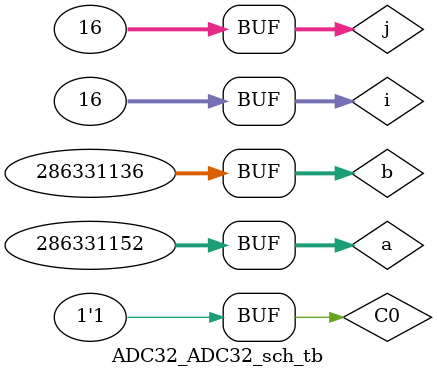
<source format=v>

`timescale 1ns / 1ps

module ADC32_ADC32_sch_tb();

// Inputs
   reg C0;
   reg [31:0] a;
   reg [31:0] b;

// Output
   wire Co;
   wire [31:0] s;

// Bidirs

// Instantiate the UUT
   ADC32 UUT (
		.C0(C0), 
		.Co(Co), 
		.a(a), 
		.b(b), 
		.s(s)
   );
// Initialize Inputs
		integer i=0, j=0; 
       initial begin
		C0 = 0;
		a = 0;
		b = 0;
		#50; 
		a=32'h00000001; 
		b=32'h0000000F; 
		
		#50; 
		b=32'hAAAAAAAA; 
		
		#50; 
		b=32'h55555555; 
		
		#50; 
		b=32'hFFFFFFFF; 
		
		#50; 
		b=32'h00000000; 
		
		for(i=0; i<=15; i=i+1)begin
			#50; 
			a=a+32'h11111111; 
			for(j=0; j<=15; j=j+1)begin
				#50; 
				b=b+32'h11111111; 
			end
		end
		#50; 
		a=0; 
		b=0; 
		C0=1; 
		for(i=0; i<=15; i=i+1)begin
			#50; 
			a=a+32'h11111111; 
			for(j=0; j<=15; j=j+1)begin
				#50; 
				b=b+32'h11111111; 
			end
		end
   end
endmodule

</source>
